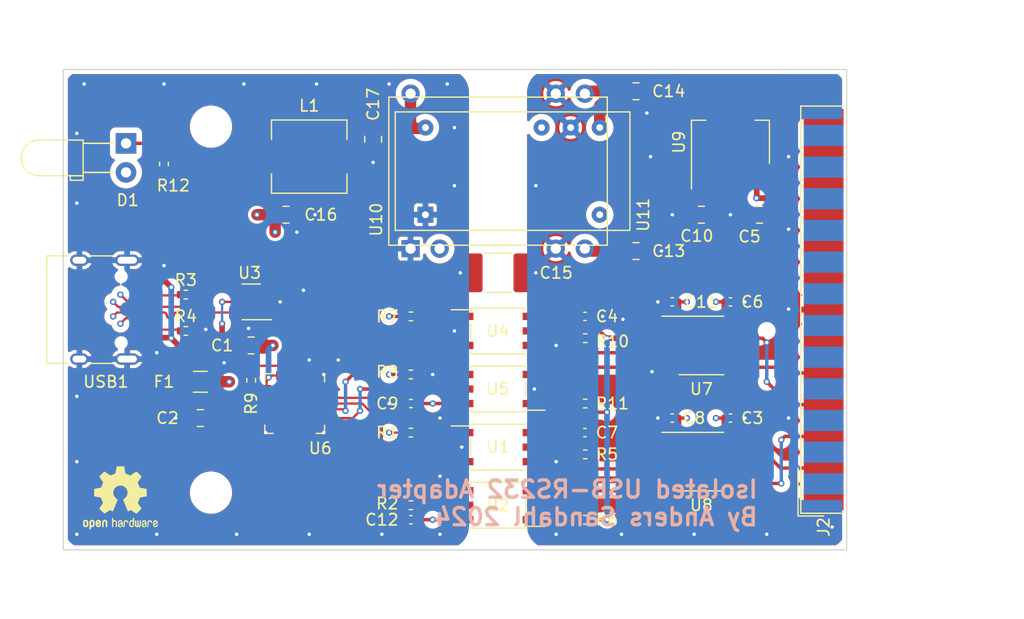
<source format=kicad_pcb>
(kicad_pcb (version 20221018) (generator pcbnew)
  (layers (0 "F.Cu" signal) (1 "In1.Cu" signal) (2 "In2.Cu" signal) (31 "B.Cu" signal) (34 "B.Paste" user) (35 "F.Paste" user) (36 "B.SilkS" user "B.Silkscreen") (37 "F.SilkS" user "F.Silkscreen") (38 "B.Mask" user) (39 "F.Mask" user) (44 "Edge.Cuts" user))
  (net 0 "")
  (net 1 "VBUS")
  (net 2 "GND")
  (net 3 "Net-(USB1-CC1)")
  (net 4 "Net-(USB1-CC2)")
  (net 5 "Net-(USB1-DP1)")
  (net 6 "Net-(USB1-DN1)")
  (net 9 "Net-(U1-A1)")
  (net 10 "Net-(U2-A1)")
  (net 11 "Net-(U4-A1)")
  (net 12 "Net-(U6-D-)")
  (net 13 "Net-(U6-D+)")
  (net 16 "Net-(U6-VDD)")
  (net 17 "Net-(U6-~{RSTb})")
  (net 33 "+5V")
  (net 34 "GND1")
  (net 35 "+12V")
  (net 36 "Net-(U3-VBUS)")
  (net 37 "~{RXD}")
  (net 38 "~{ISO_TXD}")
  (net 39 "~{CTS}")
  (net 40 "~{ISO_RTS}")
  (net 41 "Net-(U5-A1)")
  (net 42 "~{TXD}")
  (net 43 "~{ISO_RXD}")
  (net 44 "~{RTS}")
  (net 45 "~{ISO_CTS}")
  (net 46 "-12V")
  (net 47 "Net-(U8-RA)")
  (net 48 "Net-(U8-DY)")
  (net 49 "Net-(U7-DY)")
  (net 50 "Net-(U7-RA)")
  (net 55 "Net-(D1-K)")
  (net 76 "Vfilt")
  (footprint "Resistor_SMD:R_0402_1005Metric" (layer "F.Cu") (at 120.65 62.23)
    (fp_text reference "R11")
    (fp_text value "1k")
  )
  (footprint "Resistor_SMD:R_0402_1005Metric" (layer "F.Cu") (at 105.41 71.12)
    (fp_text reference "R2")
    (fp_text value "3k3")
  )
  (footprint "Capacitor_SMD:C_0402_1005Metric" (layer "F.Cu") (at 105.41 62.23 180)
    (fp_text reference "C9")
    (fp_text value "100n")
  )
  (footprint "Symbol:OSHW-Logo2_7.3x6mm_SilkScreen" (layer "F.Cu") (at 80.01 70.485)
    (fp_text reference "REF**" hide)
    (fp_text value "OSHW-Logo2_7.3x6mm_SilkScreen" hide)
  )
  (footprint "Package_SO:SO-5_4.4x3.6mm_P1.27mm" (layer "F.Cu") (at 113.03 60.96 180)
    (fp_text reference "U5")
    (fp_text value "ACPL-M50L")
  )
  (footprint "Capacitor_SMD:C_0402_1005Metric" (layer "F.Cu") (at 133.35 63.5)
    (fp_text reference "C3")
    (fp_text value "100n")
  )
  (footprint "anders:Converter_DCDC_CUI_INC_PEME2-xx-Dxx-D" (layer "F.Cu") (at 106.68 45.72 90)
    (fp_text reference "U11")
    (fp_text value "PEME2-5-D12-D")
  )
  (footprint "Capacitor_SMD:C_0805_2012Metric" (layer "F.Cu") (at 94.488 45.72)
    (fp_text reference "C16")
    (fp_text value "10u")
  )
  (footprint "Resistor_SMD:R_0402_1005Metric" (layer "F.Cu") (at 85.725 52.705 180)
    (fp_text reference "R3")
    (fp_text value "5k1")
  )
  (footprint "Capacitor_SMD:C_0805_2012Metric" (layer "F.Cu") (at 125.095 34.925 180)
    (fp_text reference "C14")
    (fp_text value "1u")
  )
  (footprint "Package_SO:SO-8_3.9x4.9mm_P1.27mm" (layer "F.Cu") (at 130.81 67.31)
    (fp_text reference "U8")
    (fp_text value "SN75155")
  )
  (footprint "Package_SO:SO-5_4.4x3.6mm_P1.27mm" (layer "F.Cu") (at 113.03 55.88)
    (fp_text reference "U4")
    (fp_text value "ACPL-M50L")
  )
  (footprint "Resistor_SMD:R_0402_1005Metric" (layer "F.Cu") (at 83.82 41.275 90)
    (fp_text reference "R12")
    (fp_text value "2k2")
  )
  (footprint "LED_THT:LED_D3.0mm_Horizontal_O3.81mm_Z10.0mm" (layer "F.Cu") (at 80.5 39.48 -90)
    (fp_text reference "D1")
    (fp_text value "LED")
  )
  (footprint "Capacitor_SMD:C_0402_1005Metric" (layer "F.Cu") (at 128.27 63.5)
    (fp_text reference "C8")
    (fp_text value "100n")
  )
  (footprint "Capacitor_SMD:C_0805_2012Metric" (layer "F.Cu") (at 125.095 48.895)
    (fp_text reference "C13")
    (fp_text value "1u")
  )
  (footprint "Capacitor_SMD:C_0402_1005Metric" (layer "F.Cu") (at 120.63 54.61)
    (fp_text reference "C4")
    (fp_text value "100n")
  )
  (footprint "Inductor_SMD:L_6.3x6.3_H3" (layer "F.Cu") (at 96.52 40.64)
    (fp_text reference "L1")
    (fp_text value "2.2uH")
  )
  (footprint "Capacitor_SMD:C_0402_1005Metric" (layer "F.Cu") (at 133.35 53.34)
    (fp_text reference "C6")
    (fp_text value "100n")
  )
  (footprint "Package_DFN_QFN:QFN-28-1EP_5x5mm_P0.5mm_EP3.35x3.35mm" (layer "F.Cu") (at 95.25 62.23 -90)
    (fp_text reference "U6")
    (fp_text value "Interface_USB_CP2102N-A01-GQFN28")
  )
  (footprint "MountingHole:MountingHole_3.2mm_M3" (layer "F.Cu") (at 87.93 70.02 90)
    (fp_text reference "H2" hide)
    (fp_text value "MountingHole")
  )
  (footprint "Capacitor_SMD:C_0805_2012Metric" (layer "F.Cu") (at 86.995 63.5)
    (fp_text reference "C2")
    (fp_text value "10u")
  )
  (footprint "Capacitor_SMD:C_0402_1005Metric" (layer "F.Cu") (at 128.27 53.34)
    (fp_text reference "C11")
    (fp_text value "100n")
  )
  (footprint "Capacitor_SMD:C_0805_2012Metric" (layer "F.Cu") (at 102.108 39.116 -90)
    (fp_text reference "C17")
    (fp_text value "10u")
  )
  (footprint "Package_SO:SO-8_3.9x4.9mm_P1.27mm" (layer "F.Cu") (at 130.81 57.15)
    (fp_text reference "U7")
    (fp_text value "SN75155")
  )
  (footprint "Capacitor_SMD:C_1812_4532Metric" (layer "F.Cu") (at 113.03 50.8 180)
    (fp_text reference "C15")
    (fp_text value "220pF/3kV Y")
  )
  (footprint "Connector_Dsub:DSUB-25_Male_EdgeMount_P2.77mm" (layer "F.Cu") (at 141.5 54.02 90)
    (fp_text reference "J2")
    (fp_text value "DB25_Plug")
  )
  (footprint "Capacitor_SMD:C_0402_1005Metric" (layer "F.Cu") (at 105.41 72.39 180)
    (fp_text reference "C12")
    (fp_text value "100n")
  )
  (footprint "Resistor_SMD:R_0402_1005Metric" (layer "F.Cu") (at 105.41 59.69 180)
    (fp_text reference "R8")
    (fp_text value "3k3")
  )
  (footprint "Resistor_SMD:R_0402_1005Metric" (layer "F.Cu") (at 105.41 64.77)
    (fp_text reference "R1")
    (fp_text value "1k")
  )
  (footprint "Resistor_SMD:R_0402_1005Metric" (layer "F.Cu") (at 120.65 66.675 180)
    (fp_text reference "R5")
    (fp_text value "3k3")
  )
  (footprint "Resistor_SMD:R_0402_1005Metric" (layer "F.Cu") (at 91.44 60.2 90)
    (fp_text reference "R9")
    (fp_text value "4k7")
  )
  (footprint "Resistor_SMD:R_0402_1005Metric" (layer "F.Cu") (at 120.65 56.515 180)
    (fp_text reference "R10")
    (fp_text value "3k3")
  )
  (footprint "Package_TO_SOT_SMD:SOT-223-3_TabPin2" (layer "F.Cu") (at 133.35 39.37 90)
    (fp_text reference "U9")
    (fp_text value "LM1117DT-5.0")
  )
  (footprint "Resistor_SMD:R_0402_1005Metric" (layer "F.Cu") (at 85.725 55.88 180)
    (fp_text reference "R4")
    (fp_text value "5k1")
  )
  (footprint "Resistor_SMD:R_0402_1005Metric" (layer "F.Cu") (at 105.41 54.61)
    (fp_text reference "R7")
    (fp_text value "1k")
  )
  (footprint "Package_SO:SO-5_4.4x3.6mm_P1.27mm" (layer "F.Cu") (at 113.03 66.04)
    (fp_text reference "U1")
    (fp_text value "ACPL-M50L")
  )
  (footprint "Package_SO:SO-5_4.4x3.6mm_P1.27mm" (layer "F.Cu") (at 113.03 71.12 180)
    (fp_text reference "U2")
    (fp_text value "ACPL-M50L")
  )
  (footprint "Resistor_SMD:R_0402_1005Metric" (layer "F.Cu") (at 120.65 72.39)
    (fp_text reference "R6")
    (fp_text value "1k")
  )
  (footprint "Capacitor_SMD:C_0805_2012Metric" (layer "F.Cu") (at 91.44 57.15)
    (fp_text reference "C1")
    (fp_text value "1u")
  )
  (footprint "anders:USB_C_Receptacle_HRO_TYPE-C-31-M-12" (layer "F.Cu") (at 77.47 54.02 -90)
    (fp_text reference "USB1")
    (fp_text value "HRO-TYPE-C-31-M-12")
  )
  (footprint "Capacitor_SMD:C_0805_2012Metric" (layer "F.Cu") (at 135.89 45.72 180)
    (fp_text reference "C5")
    (fp_text value "10u")
  )
  (footprint "Capacitor_SMD:C_0805_2012Metric" (layer "F.Cu") (at 130.81 45.72 180)
    (fp_text reference "C10")
    (fp_text value "10u")
  )
  (footprint "Package_TO_SOT_SMD:SOT-23-6" (layer "F.Cu") (at 91.44 53.34 180)
    (fp_text reference "U3")
    (fp_text value "USBLC6-2SC6")
  )
  (footprint "anders:Converter_DCDC_TRACO_TDR2-xxxxWI" (layer "F.Cu") (at 105.38 48.685 90)
    (fp_text reference "U10")
    (fp_text value "TDR2-1222WI")
  )
  (footprint "Capacitor_SMD:C_0402_1005Metric" (layer "F.Cu") (at 120.63 64.77)
    (fp_text reference "C7")
    (fp_text value "100n")
  )
  (footprint "MountingHole:MountingHole_3.2mm_M3" (layer "F.Cu") (at 87.93 38.02 90)
    (fp_text reference "H1" hide)
    (fp_text value "MountingHole")
  )
  (footprint "Fuse:Fuse_1206_3216Metric" (layer "F.Cu") (at 86.995 60.325 180)
    (fp_text reference "F1")
    (fp_text value "Polyfuse 1,8A")
  )
  (gr_rect (start 75.02 33.02) (end 143.51 75.02) (stroke (width 0.1)) (fill none) (layer "Edge.Cuts"))
  (gr_text "Isolated USB-RS232 Adapter \nBy Anders Sandahl 2024" (at 135.89 73.025) (layer "B.SilkS") (effects (font (size 1.5 1.5) (thickness 0.3) bold) (justify left bottom mirror)))
  (segment (start 93.255 59.78) (end 93.091 59.944) (width 0.2) (layer "F.Cu") (net 1))
  (segment (start 87.9325 62.246033) (end 87.9325 63.4875) (width 0.5) (layer "F.Cu") (net 1))
  (segment (start 87.9325 63.4875) (end 87.945 63.5) (width 1) (layer "F.Cu") (net 1))
  (segment (start 91.948 45.72) (end 93.538 45.72) (width 1) (layer "F.Cu") (net 1))
  (segment (start 93.472 45.786) (end 93.538 45.72) (width 1) (layer "F.Cu") (net 1))
  (segment (start 107.315 62.23) (end 105.89 62.23) (width 0.3) (layer "F.Cu") (net 1))
  (segment (start 104.14 64.77) (end 103.505 64.77) (width 0.2) (layer "F.Cu") (net 1))
  (segment (start 88.395 61.783533) (end 87.9325 62.246033) (width 0.5) (layer "F.Cu") (net 1))
  (segment (start 88.395 60.325) (end 88.395 61.783533) (width 0.5) (layer "F.Cu") (net 1))
  (segment (start 88.395 60.325) (end 89.535 60.325) (width 1) (layer "F.Cu") (net 1))
  (segment (start 92.964 59.944) (end 92.964 60.071) (width 0.2) (layer "F.Cu") (net 1))
  (segment (start 92.964 60.071) (end 92.8 60.235) (width 0.2) (layer "F.Cu") (net 1))
  (segment (start 93.75 59.78) (end 93.255 59.78) (width 0.2) (layer "F.Cu") (net 1))
  (segment (start 93.77 43.898) (end 93.77 40.64) (width 1) (layer "F.Cu") (net 1))
  (segment (start 109.88 62.23) (end 107.315 62.23) (width 0.3) (layer "F.Cu") (net 1))
  (segment (start 104.9 64.77) (end 104.14 64.77) (width 0.2) (layer "F.Cu") (net 1))
  (segment (start 93.345 57.15) (end 92.39 57.15) (width 1) (layer "F.Cu") (net 1))
  (segment (start 105.92 71.12) (end 105.92 72.36) (width 0.3) (layer "F.Cu") (net 1))
  (segment (start 105.89 72.39) (end 107.315 72.39) (width 0.3) (layer "F.Cu") (net 1))
  (segment (start 93.77 43.898) (end 93.538 44.13) (width 1) (layer "F.Cu") (net 1))
  (segment (start 107.315 72.39) (end 109.88 72.39) (width 0.3) (layer "F.Cu") (net 1))
  (segment (start 104.9 54.61) (end 103.505 54.61) (width 0.3) (layer "F.Cu") (net 1))
  (segment (start 104.9 59.69) (end 103.505 59.69) (width 0.3) (layer "F.Cu") (net 1))
  (segment (start 92.8 60.73) (end 92.8 60.235) (width 0.2) (layer "F.Cu") (net 1))
  (segment (start 105.92 72.36) (end 105.89 72.39) (width 0.3) (layer "F.Cu") (net 1))
  (segment (start 93.538 44.13) (end 93.538 45.72) (width 1) (layer "F.Cu") (net 1))
  (segment (start 93.538 47.244) (end 93.538 45.72) (width 1) (layer "F.Cu") (net 1))
  (segment (start 93.091 59.944) (end 92.964 59.944) (width 0.2) (layer "F.Cu") (net 1))
  (via (at 89.535 60.325) (size 0.56) (drill 0.3) (layers "F.Cu" "B.Cu") (net 1))
  (via (at 92.964 59.944) (size 0.56) (drill 0.3) (layers "F.Cu" "B.Cu") (net 1))
  (via (at 103.505 64.77) (size 0.56) (drill 0.3) (layers "F.Cu" "B.Cu") (net 1))
  (via (at 107.315 62.23) (size 0.56) (drill 0.3) (layers "F.Cu" "B.Cu") (net 1))
  (via (at 103.505 59.69) (size 0.56) (drill 0.3) (layers "F.Cu" "B.Cu") (net 1))
  (via (at 93.345 57.15) (size 0.56) (drill 0.3) (layers "F.Cu" "B.Cu") (net 1))
  (via (at 91.948 45.72) (size 0.56) (drill 0.3) (layers "F.Cu" "B.Cu") (net 1))
  (via (at 103.505 54.61) (size 0.56) (drill 0.3) (layers "F.Cu" "B.Cu") (net 1))
  (via (at 93.538 47.244) (size 0.56) (drill 0.3) (layers "F.Cu" "B.Cu") (net 1))
  (via (at 107.315 72.39) (size 0.56) (drill 0.3) (layers "F.Cu" "B.Cu") (net 1))
  (segment (start 92.964 57.531) (end 92.964 59.944) (width 0.5) (layer "B.Cu") (net 1))
  (segment (start 93.345 57.15) (end 92.964 57.531) (width 0.5) (layer "B.Cu") (net 1))
  (segment (start 102.108 41.148) (end 102.108 40.066) (width 1) (layer "F.Cu") (net 2))
  (segment (start 95.25 62.23) (end 97.79 59.69) (width 0.2) (layer "F.Cu") (net 2))
  (segment (start 81.515 57.27) (end 82.67 57.27) (width 0.5) (layer "F.Cu") (net 2))
  (segment (start 92.5775 53.34) (end 93.98 53.34) (width 0.2) (layer "F.Cu") (net 2))
  (segment (start 95.25 62.23) (end 97.79 64.77) (width 0.2) (layer "F.Cu") (net 2))
  (segment (start 97.028 45.72) (end 95.438 45.72) (width 1) (layer "F.Cu") (net 2))
  (segment (start 95.438 47.244) (end 95.438 45.72) (width 1) (layer "F.Cu") (net 2))
  (segment (start 95.75 61.73) (end 95.75 59.78) (width 0.2) (layer "F.Cu") (net 2))
  (segment (start 95.75 59.78) (end 95.75 59.19) (width 0.2) (layer "F.Cu") (net 2))
  (segment (start 83.215 50.77) (end 81.515 50.77) (width 0.5) (layer "F.Cu") (net 2))
  (segment (start 95.25 62.23) (end 92.71 64.77) (width 0.2) (layer "F.Cu") (net 2))
  (segment (start 95.25 62.23) (end 95.75 61.73) (width 0.2) (layer "F.Cu") (net 2))
  (segment (start 95.75 59.19) (end 96.52 58.42) (width 0.2) (layer "F.Cu") (net 2))
  (segment (start 83.82 50.165) (end 83.215 50.77) (width 0.5) (layer "F.Cu") (net 2))
  (segment (start 82.67 57.27) (end 83.185 57.785) (width 0.5) (layer "F.Cu") (net 2))
  (segment (start 110.98 50.8) (end 109.855 50.8) (width 1) (layer "F.Cu") (net 2))
  (via (at 102.87 73.66) (size 0.56) (drill 0.3) (layers "F.Cu" "B.Cu") (net 2))
  (via (at 76.835 34.29) (size 0.56) (drill 0.3) (layers "F.Cu" "B.Cu") (net 2))
  (via (at 102.108 41.148) (size 0.56) (drill 0.3) (layers "F.Cu" "B.Cu") (net 2))
  (via (at 89.081826 58.665603) (size 0.56) (drill 0.3) (layers "F.Cu" "B.Cu") (net 2))
  (via (at 109.728 50.8) (size 0.56) (drill 0.3) (layers "F.Cu" "B.Cu") (net 2))
  (via (at 97.79 64.77) (size 0.56) (drill 0.3) (layers "F.Cu" "B.Cu") (net 2))
  (via (at 97.155 34.29) (size 0.56) (drill 0.3) (layers "F.Cu" "B.Cu") (net 2))
  (via (at 107.95 73.66) (size 0.56) (drill 0.3) (layers "F.Cu" "B.Cu") (net 2))
  (via (at 107.315 59.69) (size 0.56) (drill 0.3) (layers "F.Cu" "B.Cu") (net 2))
  (via (at 109.22 43.18) (size 0.56) (drill 0.3) (layers "F.Cu" "B.Cu") (net 2))
  (via (at 96.52 58.42) (size 0.56) (drill 0.3) (layers "F.Cu" "B.Cu") (net 2))
  (via (at 96.012 52.324) (size 0.56) (drill 0.3) (layers "F.Cu" "B.Cu") (net 2))
  (via (at 93.98 53.34) (size 0.56) (drill 0.3) (layers "F.Cu" "B.Cu") (net 2))
  (via (at 83.82 34.29) (size 0.56) (drill 0.3) (layers "F.Cu" "B.Cu") (net 2))
  (via (at 95.438 47.244) (size 0.56) (drill 0.3) (layers "F.Cu" "B.Cu") (net 2))
  (via (at 83.185 57.785) (size 0.56) (drill 0.3) (layers "F.Cu" "B.Cu") (net 2))
  (via (at 107.95 68.58) (size 0.56) (drill 0.3) (layers "F.Cu" "B.Cu") (net 2))
  (via (at 90.805 34.29) (size 0.56) (drill 0.3) (layers "F.Cu" "B.Cu") (net 2))
  (via (at 99.06 58.42) (size 0.56) (drill 0.3) (layers "F.Cu" "B.Cu") (net 2))
  (via (at 96.52 73.66) (size 0.56) (drill 0.3) (layers "F.Cu" "B.Cu") (net 2))
  (via (at 109.22 38.1) (size 0.56) (drill 0.3) (layers "F.Cu" "B.Cu") (net 2))
  (via (at 76.2 73.66) (size 0.56) (drill 0.3) (layers "F.Cu" "B.Cu") (net 2))
  (via (at 83.185 73.66) (size 0.56) (drill 0.3) (layers "F.Cu" "B.Cu") (net 2))
  (via (at 103.505 62.23) (size 0.56) (drill 0.3) (layers "F.Cu" "B.Cu") (net 2))
  (via (at 90.17 73.66) (size 0.56) (drill 0.3) (layers "F.Cu" "B.Cu") (net 2))
  (via (at 83.82 50.165) (size 0.56) (drill 0.3) (layers "F.Cu" "B.Cu") (net 2))
  (via (at 97.028 45.72) (size 0.56) (drill 0.3) (layers "F.Cu" "B.Cu") (net 2))
  (via (at 76.2 67.31) (size 0.56) (drill 0.3) (layers "F.Cu" "B.Cu") (net 2))
  (via (at 97.79 59.69) (size 0.56) (drill 0.3) (layers "F.Cu" "B.Cu") (net 2))
  (via (at 109.22 55.88) (size 0.56) (drill 0.3) (layers "F.Cu" "B.Cu") (net 2))
  (via (at 92.71 64.77) (size 0.56) (drill 0.3) (layers "F.Cu" "B.Cu") (net 2))
  (via (at 76.2 61.595) (size 0.56) (drill 0.3) (layers "F.Cu" "B.Cu") (net 2))
  (via (at 103.505 34.29) (size 0.56) (drill 0.3) (layers "F.Cu" "B.Cu") (net 2))
  (via (at 84.836 63.5) (size 0.56) (drill 0.3) (layers "F.Cu" "B.Cu") (net 2))
  (via (at 107.95 63.5) (size 0.56) (drill 0.3) (layers "F.Cu" "B.Cu") (net 2))
  (via (at 76.2 38.608) (size 0.56) (drill 0.3) (layers "F.Cu" "B.Cu") (net 2))
  (via (at 108.585 34.29) (size 0.56) (drill 0.3) (layers "F.Cu" "B.Cu") (net 2))
  (via (at 87.468946 55.744984) (size 0.56) (drill 0.3) (layers "F.Cu" "B.Cu") (net 2))
  (via (at 91.217801 55.657801) (size 0.56) (drill 0.3) (layers "F.Cu" "B.Cu") (net 2))
  (via (at 109.855 66.04) (size 0.56) (drill 0.3) (layers "F.Cu" "B.Cu") (net 2))
  (via (at 76.2 44.704) (size 0.56) (drill 0.3) (layers "F.Cu" "B.Cu") (net 2))
  (segment (start 85.15 52.77) (end 85.215 52.705) (width 0.2) (layer "F.Cu") (net 3))
  (segment (start 81.515 52.77) (end 85.15 52.77) (width 0.2) (layer "F.Cu") (net 3))
  (segment (start 81.515 55.77) (end 85.105 55.77) (width 0.2) (layer "F.Cu") (net 4))
  (segment (start 85.105 55.77) (end 85.215 55.88) (width 0.2) (layer "F.Cu") (net 4))
  (segment (start 81.515 54.77) (end 80.485 54.77) (width 0.2) (layer "F.Cu") (net 5))
  (segment (start 80.485 54.77) (end 80.01 55.245) (width 0.2) (layer "F.Cu") (net 5))
  (segment (start 79.805 53.77) (end 81.515 53.77) (width 0.2) (layer "F.Cu") (net 5))
  (segment (start 88.58 52.39) (end 87.2 53.77) (width 0.2) (layer "F.Cu") (net 5))
  (segment (start 79.375 53.34) (end 79.805 53.77) (width 0.2) (layer "F.Cu") (net 5))
  (segment (start 90.3025 52.39) (end 88.58 52.39) (width 0.2) (layer "F.Cu") (net 5))
  (segment (start 87.2 53.77) (end 81.515 53.77) (width 0.2) (layer "F.Cu") (net 5))
  (via (at 80.01 55.245) (size 0.56) (drill 0.3) (layers "F.Cu" "B.Cu") (net 5))
  (via (at 79.375 53.34) (size 0.56) (drill 0.3) (layers "F.Cu" "B.Cu") (net 5))
  (segment (start 80.575 53.27) (end 80.01 52.705) (width 0.2) (layer "F.Cu") (net 6))
  (segment (start 90.2825 54.27) (end 90.3025 54.29) (width 0.2) (layer "F.Cu") (net 6))
  (segment (start 85.02 54.27) (end 90.2825 54.27) (width 0.2) (layer "F.Cu") (net 6))
  (segment (start 84.070225 54.520225) (end 84.070225 54.520226) (width 0.2) (layer "F.Cu") (net 6))
  (segment (start 81.515 54.27) (end 83.82 54.27) (width 0.2) (layer "F.Cu") (net 6))
  (segment (start 81.515 54.27) (end 79.715 54.27) (width 0.2) (layer "F.Cu") (net 6))
  (segment (start 84.92045 54.27) (end 85.02 54.27) (width 0.2) (layer "F.Cu") (net 6))
  (segment (start 81.515 53.27) (end 80.575 53.27) (width 0.2) (layer "F.Cu") (net 6))
  (segment (start 84.670225 54.520226) (end 84.670225 54.520225) (width 0.2) (layer "F.Cu") (net 6))
  (segment (start 79.715 54.27) (end 79.375 54.61) (width 0.2) (layer "F.Cu") (net 6))
  (segment (start 84.32045 54.770451) (end 84.42 54.770451) (width 0.2) (layer "F.Cu") (net 6))
  (via (at 80.01 52.705) (size 0.56) (drill 0.3) (layers "F.Cu" "B.Cu") (net 6))
  (via (at 79.375 54.61) (size 0.56) (drill 0.3) (layers "F.Cu" "B.Cu") (net 6))
  (arc (start 83.82 54.27) (mid 83.996936 54.343289) (end 84.070225 54.520225) (width 0.2) (layer "F.Cu") (net 6))
  (arc (start 84.42 54.770451) (mid 84.596936 54.697162) (end 84.670225 54.520226) (width 0.2) (layer "F.Cu") (net 6))
  (arc (start 84.670225 54.520225) (mid 84.743514 54.343289) (end 84.92045 54.27) (width 0.2) (layer "F.Cu") (net 6))
  (arc (start 84.070225 54.520226) (mid 84.143514 54.697162) (end 84.32045 54.770451) (width 0.2) (layer "F.Cu") (net 6))
  (segment (start 105.92 64.77) (end 109.88 64.77) (width 0.3) (layer "F.Cu") (net 9))
  (segment (start 116.18 72.39) (end 120.14 72.39) (width 0.3) (layer "F.Cu") (net 10))
  (segment (start 105.92 54.61) (end 109.88 54.61) (width 0.3) (layer "F.Cu") (net 11))
  (segment (start 93.901471 54.531471) (end 93.66 54.29) (width 0.2) (layer "F.Cu") (net 12))
  (segment (start 94.325734 55.379999) (end 94.042892 55.662842) (width 0.2) (layer "F.Cu") (net 12))
  (segment (start 93.618627 55.238577) (end 93.618627 55.238576) (width 0.2) (layer "F.Cu") (net 12))
  (segment (start 94.75 59.78) (end 94.75 55.38) (width 0.2) (layer "F.Cu") (net 12))
  (segment (start 94.325735 55.379999) (end 94.325734 55.379999) (width 0.2) (layer "F.Cu") (net 12))
  (segment (start 93.90147 54.53147) (end 93.901471 54.531471) (width 0.2) (layer "F.Cu") (net 12))
  (segment (start 93.66 54.29) (end 92.5775 54.29) (width 0.2) (layer "F.Cu") (net 12))
  (segment (start 93.618627 55.238576) (end 93.90147 54.955734) (width 0.2) (layer "F.Cu") (net 12))
  (arc (start 94.75 55.38) (mid 94.537867 55.29213) (end 94.325735 55.379999) (width 0.2) (layer "F.Cu") (net 12))
  (arc (start 93.90147 54.955734) (mid 93.989338 54.743602) (end 93.90147 54.53147) (width 0.2) (layer "F.Cu") (net 12))
  (arc (start 94.042892 55.662842) (mid 93.83076 55.75071) (end 93.618628 55.662842) (width 0.2) (layer "F.Cu") (net 12))
  (arc (start 93.618628 55.662842) (mid 93.530758 55.450709) (end 93.618627 55.238577) (width 0.2) (layer "F.Cu") (net 12))
  (segment (start 92.5775 52.39) (end 94.3 52.39) (width 0.2) (layer "F.Cu") (net 13))
  (segment (start 94.3 52.39) (end 95.25 53.34) (width 0.2) (layer "F.Cu") (net 13))
  (segment (start 95.25 53.34) (end 95.25 59.78) (width 0.2) (layer "F.Cu") (net 13))
  (segment (start 93.98 58.928) (end 91.694 58.928) (width 0.2) (layer "F.Cu") (net 16))
  (segment (start 91.44 59.69) (end 91.44 59.182) (width 0.2) (layer "F.Cu") (net 16))
  (segment (start 94.25 59.198) (end 93.98 58.928) (width 0.2) (layer "F.Cu") (net 16))
  (segment (start 91.44 59.182) (end 91.694 58.928) (width 0.2) (layer "F.Cu") (net 16))
  (segment (start 94.25 59.78) (end 94.25 59.198) (width 0.2) (layer "F.Cu") (net 16))
  (segment (start 92.345 61.23) (end 92.8 61.23) (width 0.2) (layer "F.Cu") (net 17))
  (segment (start 91.825 60.71) (end 92.345 61.23) (width 0.2) (layer "F.Cu") (net 17))
  (segment (start 91.44 60.71) (end 91.825 60.71) (width 0.2) (layer "F.Cu") (net 17))
  (segment (start 133.35 42.52) (end 133.35 43.18) (width 0.5) (layer "F.Cu") (net 33))
  (segment (start 120.15 64) (end 120.15 64.77) (width 0.3) (layer "F.Cu") (net 33))
  (segment (start 125.73 52.705) (end 127.127 51.308) (width 0.5) (layer "F.Cu") (net 33))
  (segment (start 133.35 39.37) (end 133.35 36.22) (width 1) (layer "F.Cu") (net 33))
  (segment (start 121.16 62.99) (end 120.15 64) (width 0.3) (layer "F.Cu") (net 33))
  (segment (start 131.76 50.104) (end 131.76 45.72) (width 0.5) (layer "F.Cu") (net 33))
  (segment (start 122.555 72.39) (end 121.16 72.39) (width 0.3) (layer "F.Cu") (net 33))
  (segment (start 121.596799 55.556799) (end 120.15 55.556799) (width 0.3) (layer "F.Cu") (net 33))
  (segment (start 122.555 56.515) (end 124.46 56.515) (width 0.5) (layer "F.Cu") (net 33))
  (segment (start 120.15 64.77) (end 116.18 64.77) (width 0.3) (layer "F.Cu") (net 33))
  (segment (start 124.46 56.515) (end 125.73 55.245) (width 0.5) (layer "F.Cu") (net 33))
  (segment (start 120.15 66.665) (end 120.14 66.675) (width 0.3) (layer "F.Cu") (net 33))
  (segment (start 120.15 56.505) (end 120.14 56.515) (width 0.3) (layer "F.Cu") (net 33))
  (segment (start 121.16 62.99) (end 121.16 62.23) (width 0.3) (layer "F.Cu") (net 33))
  (segment (start 122.43 62.99) (end 121.16 62.99) (width 0.3) (layer "F.Cu") (net 33))
  (segment (start 120.15 64.77) (end 120.15 66.665) (width 0.3) (layer "F.Cu") (net 33))
  (segment (start 122.555 56.515) (end 121.596799 55.556799) (width 0.3) (layer "F.Cu") (net 33))
  (segment (start 130.556 51.308) (end 131.76 50.104) (width 0.5) (layer "F.Cu") (net 33))
  (segment (start 133.35 43.18) (end 131.76 44.77) (width 0.5) (layer "F.Cu") (net 33))
  (segment (start 116.18 54.61) (end 120.15 54.61) (width 0.3) (layer "F.Cu") (net 33))
  (segment (start 120.15 54.61) (end 120.15 55.556799) (width 0.3) (layer "F.Cu") (net 33))
  (segment (start 125.73 55.245) (end 125.73 52.705) (width 0.5) (layer "F.Cu") (net 33))
  (segment (start 122.555 62.865) (end 122.43 62.99) (width 0.3) (layer "F.Cu") (net 33))
  (segment (start 133.35 42.52) (end 133.35 39.37) (width 1) (layer "F.Cu") (net 33))
  (segment (start 131.76 44.77) (end 131.76 45.72) (width 0.5) (layer "F.Cu") (net 33))
  (segment (start 127.127 51.308) (end 130.556 51.308) (width 0.5) (layer "F.Cu") (net 33))
  (segment (start 120.15 55.556799) (end 120.15 56.505) (width 0.3) (layer "F.Cu") (net 33))
  (via (at 122.555 62.99) (size 0.56) (drill 0.3) (layers "F.Cu" "B.Cu") (net 33))
  (via (at 122.555 72.39) (size 0.56) (drill 0.3) (layers "F.Cu" "B.Cu") (net 33))
  (via (at 122.555 56.515) (size 0.56) (drill 0.3) (layers "F.Cu" "B.Cu") (net 33))
  (segment (start 122.555 56.515) (end 122.555 62.865) (width 0.5) (layer "B.Cu") (net 33))
  (segment (start 122.555 62.865) (end 122.555 72.39) (width 0.5) (layer "B.Cu") (net 33))
  (segment (start 126.045 34.925) (end 126.045 36.730001) (width 0.5) (layer "F.Cu") (net 34))
  (segment (start 126.045 36.730001) (end 126.144999 36.83) (width 0.5) (layer "F.Cu") (net 34))
  (segment (start 141.5 54.02) (end 138.475 54.02) (width 0.5) (layer "F.Cu") (net 34))
  (segment (start 127.79 63.5) (end 127 63.5) (width 0.3) (layer "F.Cu") (net 34))
  (segment (start 134.62 53.34) (end 133.83 53.34) (width 0.25) (layer "F.Cu") (net 34))
  (segment (start 127.315 48.895) (end 126.36 48.895) (width 0.5) (layer "F.Cu") (net 34))
  (segment (start 127 53.34) (end 127.79 53.34) (width 0.3) (layer "F.Cu") (net 34))
  (segment (start 134.62 63.5) (end 133.83 63.5) (width 0.3) (layer "F.Cu") (net 34))
  (segment (start 115.08 50.8) (end 116.332 50.8) (width 1) (layer "F.Cu") (net 34))
  (segment (start 138.475 54.02) (end 138.43 53.975) (width 0.5) (layer "F.Cu") (net 34))
  (segment (start 121.11 54.61) (end 122.174 54.61) (width 0.3) (layer "F.Cu") (net 34))
  (via (at 128.27 45.72) (size 0.56) (drill 0.3) (layers "F.Cu" "B.Cu") (net 34))
  (via (at 138.43 53.975) (size 0.56) (drill 0.3) (layers "F.Cu" "B.Cu") (net 34))
  (via (at 127 63.5) (size 0.56) (drill 0.3) (layers "F.Cu" "B.Cu") (net 34))
  (via (at 142.24 73.025) (size 0.56) (drill 0.3) (layers "F.Cu" "B.Cu") (net 34))
  (via (at 138.43 40.64) (size 0.56) (drill 0.3) (layers "F.Cu" "B.Cu") (net 34))
  (via (at 118.11 57.15) (size 0.56) (drill 0.3) (layers "F.Cu" "B.Cu") (net 34))
  (via (at 118.11 67.31) (size 0.56) (drill 0.3) (layers "F.Cu" "B.Cu") (net 34))
  (via (at 123.825 73.66) (size 0.56) (drill 0.3) (layers "F.Cu" "B.Cu") (net 34))
  (via (at 122.174 54.61) (size 0.56) (drill 0.3) (layers "F.Cu" "B.Cu") (net 34))
  (via (at 116.332 43.18) (size 0.56) (drill 0.3) (layers "F.Cu" "B.Cu") (net 34))
  (via (at 123.952 54.864) (size 0.56) (drill 0.3) (layers "F.Cu" "B.Cu") (net 34))
  (via (at 136.525 73.66) (size 0.56) (drill 0.3) (layers "F.Cu" "B.Cu") (net 34))
  (via (at 134.62 63.5) (size 0.56) (drill 0.3) (layers "F.Cu" "B.Cu") (net 34))
  (via (at 130.175 73.66) (size 0.56) (drill 0.3) (layers "F.Cu" "B.Cu") (net 34))
  (via (at 134.62 53.34) (size 0.56) (drill 0.3) (layers "F.Cu" "B.Cu") (net 34))
  (via (at 126.365 40.64) (size 0.56) (drill 0.3) (layers "F.Cu" "B.Cu") (net 34))
  (via (at 138.43 46.99) (size 0.56) (drill 0.3) (layers "F.Cu" "B.Cu") (net 34))
  (via (at 116.332 50.8) (size 0.56) (drill 0.3) (layers "F.Cu" "B.Cu") (net 34))
  (via (at 116.205 60.96) (size 0.56) (drill 0.3) (layers "F.Cu" "B.Cu") (net 34))
  (via (at 127 53.34) (size 0.56) (drill 0.3) (layers "F.Cu" "B.Cu") (net 34))
  (via (at 126.045 36.83) (size 0.56) (drill 0.3) (layers "F.Cu" "B.Cu") (net 34))
  (via (at 127.315 48.895) (size 0.56) (drill 0.3) (layers "F.Cu" "B.Cu") (net 34))
  (via (at 133.35 45.72) (size 0.56) (drill 0.3) (layers "F.Cu" "B.Cu") (net 34))
  (via (at 138.43 63.5) (size 0.56) (drill 0.3) (layers "F.Cu" "B.Cu") (net 34))
  (via (at 126.492 59.436) (size 0.56) (drill 0.3) (layers "F.Cu" "B.Cu") (net 34))
  (via (at 118.11 73.66) (size 0.56) (drill 0.3) (layers "F.Cu" "B.Cu") (net 34))
  (segment (start 120.83 34.925) (end 120.62 35.135) (width 1) (layer "F.Cu") (net 35))
  (segment (start 123.19 34.925) (end 120.83 34.925) (width 1) (layer "F.Cu") (net 35))
  (segment (start 136.344076 44.269076) (end 135.616847 44.269076) (width 0.5) (layer "F.Cu") (net 35))
  (segment (start 135.65 44.235923) (end 135.616847 44.269076) (width 0.5) (layer "F.Cu") (net 35))
  (segment (start 133.385 65.405) (end 132.715 65.405) (width 0.3) (layer "F.Cu") (net 35))
  (segment (start 121.92 36.195) (end 123.19 34.925) (width 1) (layer "F.Cu") (net 35))
  (segment (start 136.84 44.765) (end 136.344076 44.269076) (width 0.5) (layer "F.Cu") (net 35))
  (segment (start 132.715 55.245) (end 132.715 53.495) (width 0.3) (layer "F.Cu") (net 35))
  (segment (start 135.616847 44.269076) (end 135.65 44.302229) (width 0.5) (layer "F.Cu") (net 35))
  (segment (start 121.92 38.1) (end 121.92 36.195) (width 1) (layer "F.Cu") (net 35))
  (segment (start 132.715 53.495) (end 132.87 53.34) (width 0.25) (layer "F.Cu") (net 35))
  (segment (start 132.715 63.655) (end 132.87 63.5) (width 0.25) (layer "F.Cu") (net 35))
  (segment (start 132.08 63.5) (end 132.87 63.5) (width 0.3) (layer "F.Cu") (net 35))
  (segment (start 132.715 65.405) (end 132.715 63.655) (width 0.3) (layer "F.Cu") (net 35))
  (segment (start 132.08 53.34) (end 132.87 53.34) (width 0.3) (layer "F.Cu") (net 35))
  (segment (start 136.84 45.72) (end 136.84 44.765) (width 0.5) (layer "F.Cu") (net 35))
  (segment (start 133.385 55.245) (end 132.715 55.245) (width 0.3) (layer "F.Cu") (net 35))
  (segment (start 124.145 34.925) (end 123.19 34.925) (width 1) (layer "F.Cu") (net 35))
  (segment (start 135.65 42.52) (end 135.65 44.235923) (width 0.5) (layer "F.Cu") (net 35))
  (via (at 135.616847 44.269076) (size 0.56) (drill 0.3) (layers "F.Cu" "B.Cu") (net 35))
  (via (at 132.08 53.34) (size 0.56) (drill 0.3) (layers "F.Cu" "B.Cu") (net 35))
  (via (at 132.08 63.5) (size 0.56) (drill 0.3) (layers "F.Cu" "B.Cu") (net 35))
  (segment (start 88.265 57.15) (end 86.10269 57.15) (width 0.5) (layer "F.Cu") (net 36))
  (segment (start 85.725 57.15) (end 86.10269 57.15) (width 0.5) (layer "F.Cu") (net 36))
  (segment (start 86.10269 57.15) (end 85.09 57.15) (width 0.5) (layer "F.Cu") (net 36))
  (segment (start 83.955 51.57) (end 81.515 51.57) (width 0.5) (layer "F.Cu") (net 36))
  (segment (start 90.3025 53.34) (end 88.9 53.34) (width 0.2) (layer "F.Cu") (net 36))
  (segment (start 84.455 52.07) (end 83.955 51.57) (width 0.5) (layer "F.Cu") (net 36))
  (segment (start 85.09 57.15) (end 84.455 56.515) (width 0.5) (layer "F.Cu") (net 36))
  (segment (start 85.725 60.195) (end 85.725 57.15) (width 0.5) (layer "F.Cu") (net 36))
  (segment (start 85.595 60.325) (end 85.725 60.195) (width 0.5) (layer "F.Cu") (net 36))
  (segment (start 84.41 56.47) (end 81.515 56.47) (width 0.5) (layer "F.Cu") (net 36))
  (segment (start 84.455 56.515) (end 84.41 56.47) (width 0.5) (layer "F.Cu") (net 36))
  (segment (start 88.9 55.245) (end 88.9 56.515) (width 0.5) (layer "F.Cu") (net 36))
  (segment (start 88.9 56.515) (end 88.265 57.15) (width 0.5) (layer "F.Cu") (net 36))
  (via (at 84.455 56.515) (size 0.56) (drill 0.3) (layers "F.Cu" "B.Cu") (net 36))
  (via (at 84.455 52.07) (size 0.56) (drill 0.3) (layers "F.Cu" "B.Cu") (net 36))
  (via (at 88.9 53.34) (size 0.56) (drill 0.3) (layers "F.Cu" "B.Cu") (net 36))
  (via (at 88.9 55.245) (size 0.56) (drill 0.3) (layers "F.Cu" "B.Cu") (net 36))
  (segment (start 88.9 53.34) (end 88.9 55.245) (width 0.2) (layer "B.Cu") (net 36))
  (segment (start 84.455 56.515) (end 84.455 52.07) (width 0.5) (layer "B.Cu") (net 36))
  (segment (start 104.9 71.12) (end 104.9 69.85) (width 0.2) (layer "F.Cu") (net 37))
  (segment (start 107.95 71.12) (end 106.68 69.85) (width 0.2) (layer "F.Cu") (net 37))
  (segment (start 102.235 66.675) (end 102.235 63.314756) (width 0.2) (layer "F.Cu") (net 37))
  (segment (start 106.68 69.85) (end 104.9 69.85) (width 0.2) (layer "F.Cu") (net 37))
  (segment (start 104.9 69.34) (end 102.235 66.675) (width 0.2) (layer "F.Cu") (net 37))
  (segment (start 102.235 63.314756) (end 101.150244 62.23) (width 0.2) (layer "F.Cu") (net 37))
  (segment (start 104.9 69.85) (end 104.9 69.34) (width 0.2) (layer "F.Cu") (net 37))
  (segment (start 101.150244 62.23) (end 97.7 62.23) (width 0.2) (layer "F.Cu") (net 37))
  (segment (start 109.88 71.12) (end 107.95 71.12) (width 0.2) (layer "F.Cu") (net 37))
  (segment (start 121.16 67.82) (end 121.285 67.945) (width 0.3) (layer "F.Cu") (net 38))
  (segment (start 125.095 66.675) (end 128.235 66.675) (width 0.3) (layer "F.Cu") (net 38))
  (segment (start 123.825 67.945) (end 125.095 66.675) (width 0.3) (layer "F.Cu") (net 38))
  (segment (start 116.18 66.04) (end 118.11 66.04) (width 0.3) (layer "F.Cu") (net 38))
  (segment (start 121.16 66.675) (end 121.16 67.82) (width 0.3) (layer "F.Cu") (net 38))
  (segment (start 120.015 67.945) (end 121.16 67.945) (width 0.3) (layer "F.Cu") (net 38))
  (segment (start 121.285 67.945) (end 123.825 67.945) (width 0.3) (layer "F.Cu") (net 38))
  (segment (start 118.11 66.04) (end 120.015 67.945) (width 0.3) (layer "F.Cu") (net 38))
  (segment (start 99.06 63.5) (end 100.33 63.5) (width 0.2) (layer "F.Cu") (net 39))
  (segment (start 97.7 63.23) (end 98.79 63.23) (width 0.2) (layer "F.Cu") (net 39))
  (segment (start 98.79 63.23) (end 99.06 63.5) (width 0.2) (layer "F.Cu") (net 39))
  (segment (start 105.92 59.69) (end 105.92 60.835) (width 0.3) (layer "F.Cu") (net 39))
  (segment (start 105.92 60.835) (end 106.045 60.96) (width 0.3) (layer "F.Cu") (net 39))
  (segment (start 100.33 63.5) (end 100.965 62.865) (width 0.2) (layer "F.Cu") (net 39))
  (segment (start 109.88 60.96) (end 106.045 60.96) (width 0.3) (layer "F.Cu") (net 39))
  (segment (start 106.045 60.96) (end 100.965 60.96) (width 0.3) (layer "F.Cu") (net 39))
  (via (at 100.965 60.96) (size 0.56) (drill 0.3) (layers "F.Cu" "B.Cu") (net 39))
  (via (at 100.965 62.865) (size 0.56) (drill 0.3) (layers "F.Cu" "B.Cu") (net 39))
  (segment (start 100.965 60.96) (end 100.965 62.865) (width 0.3) (layer "B.Cu") (net 39))
  (segment (start 116.18 55.88) (end 118.11 55.88) (width 0.3) (layer "F.Cu") (net 40))
  (segment (start 118.11 55.88) (end 120.015 57.785) (width 0.3) (layer "F.Cu") (net 40))
  (segment (start 121.16 57.66) (end 121.285 57.785) (width 0.3) (layer "F.Cu") (net 40))
  (segment (start 125.095 57.785) (end 126.365 56.515) (width 0.3) (layer "F.Cu") (net 40))
  (segment (start 126.365 56.515) (end 128.235 56.515) (width 0.3) (layer "F.Cu") (net 40))
  (segment (start 120.015 57.785) (end 121.285 57.785) (width 0.3) (layer "F.Cu") (net 40))
  (segment (start 121.285 57.785) (end 125.095 57.785) (width 0.3) (layer "F.Cu") (net 40))
  (segment (start 121.16 56.515) (end 121.16 57.66) (width 0.3) (layer "F.Cu") (net 40))
  (segment (start 116.18 62.23) (end 120.14 62.23) (width 0.3) (layer "F.Cu") (net 41))
  (segment (start 97.7 61.73) (end 101.735 61.73) (width 0.2) (layer "F.Cu") (net 42))
  (segment (start 102.87 66.04) (end 104.14 67.31) (width 0.2) (layer "F.Cu") (net 42))
  (segment (start 104.14 67.31) (end 109.88 67.31) (width 0.2) (layer "F.Cu") (net 42))
  (segment (start 101.735 61.73) (end 102.87 62.865) (width 0.2) (layer "F.Cu") (net 42))
  (segment (start 102.87 62.865) (end 102.87 66.04) (width 0.2) (layer "F.Cu") (net 42))
  (segment (start 125.4125 67.945) (end 127.31 67.945) (width 0.3) (layer "F.Cu") (net 43))
  (segment (start 116.18 69.85) (end 123.5075 69.85) (width 0.3) (layer "F.Cu") (net 43))
  (segment (start 123.5075 69.85) (end 125.4125 67.945) (width 0.3) (layer "F.Cu") (net 43))
  (segment (start 99.56 62.73) (end 99.695 62.865) (width 0.2) (layer "F.Cu") (net 44))
  (segment (start 109.88 57.15) (end 102.87 57.15) (width 0.3) (layer "F.Cu") (net 44))
  (segment (start 97.7 62.73) (end 99.56 62.73) (width 0.2) (layer "F.Cu") (net 44))
  (segment (start 102.87 57.15) (end 99.695 60.325) (width 0.3) (layer "F.Cu") (net 44))
  (via (at 99.695 60.325) (size 0.56) (drill 0.3) (layers "F.Cu" "B.Cu") (net 44))
  (via (at 99.695 62.865) (size 0.56) (drill 0.3) (layers "F.Cu" "B.Cu") (net 44))
  (segment (start 99.695 60.325) (end 99.695 62.865) (width 0.3) (layer "B.Cu") (net 44))
  (segment (start 116.18 59.69) (end 119.38 59.69) (width 0.3) (layer "F.Cu") (net 45))
  (segment (start 120.015 59.055) (end 125.095 59.055) (width 0.3) (layer "F.Cu") (net 45))
  (segment (start 119.38 59.69) (end 120.015 59.055) (width 0.3) (layer "F.Cu") (net 45))
  (segment (start 126.365 57.785) (end 128.235 57.785) (width 0.3) (layer "F.Cu") (net 45))
  (segment (start 125.095 59.055) (end 126.365 57.785) (width 0.3) (layer "F.Cu") (net 45))
  (segment (start 129.54 63.5) (end 128.75 63.5) (width 0.3) (layer "F.Cu") (net 46))
  (segment (start 120.83 48.895) (end 120.62 48.685) (width 1) (layer "F.Cu") (net 46))
  (segment (start 129.54 53.34) (end 128.75 53.34) (width 0.3) (layer "F.Cu") (net 46))
  (segment (start 128.235 55.245) (end 128.905 55.245) (width 0.3) (layer "F.Cu") (net 46))
  (segment (start 128.905 55.245) (end 128.905 53.495) (width 0.3) (layer "F.Cu") (net 46))
  (segment (start 128.905 63.655) (end 128.75 63.5) (width 0.25) (layer "F.Cu") (net 46))
  (segment (start 128.905 65.405) (end 128.905 63.655) (width 0.3) (layer "F.Cu") (net 46))
  (segment (start 128.235 65.405) (end 128.905 65.405) (width 0.3) (layer "F.Cu") (net 46))
  (segment (start 128.905 53.495) (end 128.75 53.34) (width 0.25) (layer "F.Cu") (net 46))
  (segment (start 124.46 48.895) (end 120.83 48.895) (width 1) (layer "F.Cu") (net 46))
  (via (at 129.54 63.5) (size 0.56) (drill 0.3) (layers "F.Cu" "B.Cu") (net 46))
  (via (at 129.54 53.34) (size 0.56) (drill 0.3) (layers "F.Cu" "B.Cu") (net 46))
  (segment (start 138.1 65.1) (end 137.795 65.405) (width 0.3) (layer "F.Cu") (net 47))
  (segment (start 136.525 69.215) (end 137.795 69.215) (width 0.3) (layer "F.Cu") (net 47))
  (segment (start 141.5 65.1) (end 138.1 65.1) (width 0.3) (layer "F.Cu") (net 47))
  (segment (start 136.525 69.215) (end 134.31 69.215) (width 0.3) (layer "F.Cu") (net 47))
  (via (at 137.795 65.405) (size 0.56) (drill 0.3) (layers "F.Cu" "B.Cu") (net 47))
  (via (at 137.795 69.215) (size 0.56) (drill 0.3) (layers "F.Cu" "B.Cu") (net 47))
  (segment (start 137.795 65.405) (end 137.795 69.215) (width 0.3) (layer "B.Cu") (net 47))
  (segment (start 136.525 66.675) (end 134.31 66.675) (width 0.3) (layer "F.Cu") (net 48))
  (segment (start 141.5 67.87) (end 137.72 67.87) (width 0.3) (layer "F.Cu") (net 48))
  (segment (start 137.72 67.87) (end 136.525 66.675) (width 0.3) (layer "F.Cu") (net 48))
  (segment (start 136.525 56.896) (end 136.144 56.515) (width 0.3) (layer "F.Cu") (net 49))
  (segment (start 136.144 56.515) (end 134.31 56.515) (width 0.3) (layer "F.Cu") (net 49))
  (segment (start 141.5 62.33) (end 138.53 62.33) (width 0.3) (layer "F.Cu") (net 49))
  (segment (start 138.53 62.33) (end 136.525 60.325) (width 0.3) (layer "F.Cu") (net 49))
  (via (at 136.525 60.325) (size 0.56) (drill 0.3) (layers "F.Cu" "B.Cu") (net 49))
  (via (at 136.525 56.896) (size 0.56) (drill 0.3) (layers "F.Cu" "B.Cu") (net 49))
  (segment (start 136.525 56.896) (end 136.525 60.325) (width 0.3) (layer "B.Cu") (net 49))
  (segment (start 137.795 59.055) (end 134.31 59.055) (width 0.3) (layer "F.Cu") (net 50))
  (segment (start 138.3 59.56) (end 137.795 59.055) (width 0.3) (layer "F.Cu") (net 50))
  (segment (start 141.5 59.56) (end 138.3 59.56) (width 0.3) (layer "F.Cu") (net 50))
  (segment (start 83.82 40.255) (end 83.82 40.765) (width 0.3) (layer "F.Cu") (net 55))
  (segment (start 80.5 39.48) (end 83.045 39.48) (width 0.3) (layer "F.Cu") (net 55))
  (segment (start 83.045 39.48) (end 83.82 40.255) (width 0.3) (layer "F.Cu") (net 55))
  (segment (start 105.38 37.882) (end 105.664 38.166) (width 1) (layer "F.Cu") (net 76))
  (segment (start 106.614 38.166) (end 106.68 38.1) (width 1) (layer "F.Cu") (net 76))
  (segment (start 99.27 40.64) (end 99.27 38.906) (width 1) (layer "F.Cu") (net 76))
  (segment (start 105.664 38.166) (end 106.614 38.166) (width 1) (layer "F.Cu") (net 76))
  (segment (start 102.108 38.166) (end 105.664 38.166) (width 1) (layer "F.Cu") (net 76))
  (segment (start 105.38 35.135) (end 105.38 37.882) (width 1) (layer "F.Cu") (net 76))
  (segment (start 100.01 38.166) (end 102.108 38.166) (width 1) (layer "F.Cu") (net 76))
  (segment (start 99.27 38.906) (end 100.01 38.166) (width 1) (layer "F.Cu") (net 76))
  (zone (net 34) (net_name "GND1") (layer "F.Cu") (priority 6) (connect_pads (clearance 0.5)) (min_thickness 0.25) (fill yes (thermal_gap 0.3) (thermal_bridge_width 0.5) (smoothing fillet) (radius 2))
    (polygon (pts (xy 127 33.02) (xy 127 40.005) (xy 143.51 40.005) (xy 143.51 74.93) (xy 115.57 74.93) (xy 115.57 33.02)))
  )
  (zone (net 33) (net_name "+5V") (layer "F.Cu") (priority 7) (connect_pads yes (clearance 0.5)) (min_thickness 0.25) (fill yes (thermal_gap 0.5) (thermal_bridge_width 0.5) (smoothing fillet) (radius 2))
    (polygon (pts (xy 127.635 33.02) (xy 127.635 39.37) (xy 138.43 39.37) (xy 138.43 33.02)))
  )
  (zone (net 2) (net_name "GND") (layer "F.Cu") (priority 5) (connect_pads (clearance 0.5)) (min_thickness 0.25) (fill yes (thermal_gap 0.3) (thermal_bridge_width 0.5) (smoothing fillet) (radius 2))
    (polygon (pts (xy 74.93 33.02) (xy 110.49 33.02) (xy 110.49 74.93) (xy 74.93 74.93)))
  )
  (zone (net 2) (net_name "GND") (layer "B.Cu") (priority 1) (connect_pads (clearance 0.5)) (min_thickness 0.25) (fill yes (thermal_gap 0.3) (thermal_bridge_width 0.5) (smoothing fillet) (radius 2))
    (polygon (pts (xy 110.49 74.93) (xy 74.93 74.93) (xy 74.93 33.02) (xy 110.49 33.02)))
  )
  (zone locked (net 34) (net_name "GND1") (layer "B.Cu") (connect_pads (clearance 0.5)) (min_thickness 0.25) (fill yes (thermal_gap 0.5) (thermal_bridge_width 0.5) (smoothing fillet) (radius 2))
    (polygon (pts (xy 143.51 74.93) (xy 143.51 33.02) (xy 115.57 33.02) (xy 115.57 74.93)))
  )
)
</source>
